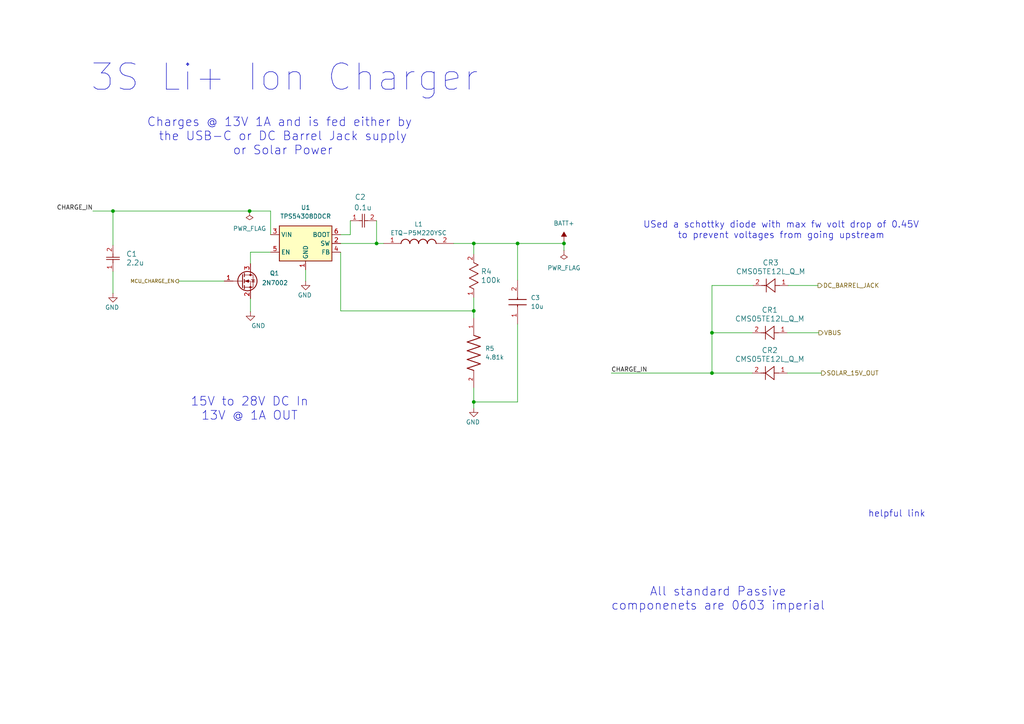
<source format=kicad_sch>
(kicad_sch (version 20231120) (generator "eeschema") (generator_version "8.0")
  (paper "A4")
  (lib_symbols
    (symbol "C0603C104K5RACAUTO:C0603C104K5RACAUTO" (pin_names (offset 0.254))
      (property "Reference" "C" (at 3.81 3.81 0))
      (property "Value" "C0603C104K5RACAUTO" (at 3.81 -3.81 0))
      (symbol "C0603C104K5RACAUTO_1_1"
        (polyline (pts (xy 2.54 0) (xy 3.4798 0)) (stroke (width 0.2032)))
        (polyline (pts (xy 3.4798 -1.905) (xy 3.4798 1.905)) (stroke (width 0.2032)))
        (polyline (pts (xy 4.1148 -1.905) (xy 4.1148 1.905)) (stroke (width 0.2032)))
        (polyline (pts (xy 4.1148 0) (xy 5.08 0)) (stroke (width 0.2032)))
        (pin unspecified line (at 0 0 0) (length 2.54) (name "") (number "1"))
        (pin unspecified line (at 7.62 0 180) (length 2.54) (name "") (number "2"))
      )
      (symbol "C0603C104K5RACAUTO_1_2"
        (polyline (pts (xy -1.905 -4.1148) (xy 1.905 -4.1148)) (stroke (width 0.2032)))
        (polyline (pts (xy -1.905 -3.4798) (xy 1.905 -3.4798)) (stroke (width 0.2032)))
        (polyline (pts (xy 0 -4.1148) (xy 0 -5.08)) (stroke (width 0.2032)))
        (polyline (pts (xy 0 -2.54) (xy 0 -3.4798)) (stroke (width 0.2032)))
        (pin unspecified line (at 0 0 270) (length 2.54) (name "") (number "1"))
        (pin unspecified line (at 0 -7.62 90) (length 2.54) (name "") (number "2"))
      )
    )
    (symbol "CL10A106MA8NRNC:CL10A106MA8NRNC" (pin_names hide)
      (property "Reference" "C" (at 8.89 6.35 0))
      (property "Value" "CL10A106MA8NRNC" (at 8.89 3.81 0))
      (symbol "CL10A106MA8NRNC_1_1"
        (polyline (pts (xy 5.08 0) (xy 5.588 0)) (stroke (width 0.254)))
        (polyline (pts (xy 5.588 2.54) (xy 5.588 -2.54)) (stroke (width 0.254)))
        (polyline (pts (xy 7.112 0) (xy 7.62 0)) (stroke (width 0.254)))
        (polyline (pts (xy 7.112 2.54) (xy 7.112 -2.54)) (stroke (width 0.254)))
        (pin passive line (at 0 0 0) (length 5.08) (name "1") (number "1"))
        (pin passive line (at 12.7 0 180) (length 5.08) (name "2") (number "2"))
      )
    )
    (symbol "ESR03EZPF1003:ESR03EZPF1003" (pin_names (offset 0.254))
      (property "Reference" "R" (at 5.715 3.81 0))
      (property "Value" "ESR03EZPF1003" (at 6.35 -3.81 0))
      (symbol "ESR03EZPF1003_1_1"
        (polyline (pts (xy 2.54 0) (xy 3.175 1.27)) (stroke (width 0.2032)))
        (polyline (pts (xy 3.175 1.27) (xy 4.445 -1.27)) (stroke (width 0.2032)))
        (polyline (pts (xy 4.445 -1.27) (xy 5.715 1.27)) (stroke (width 0.2032)))
        (polyline (pts (xy 5.715 1.27) (xy 6.985 -1.27)) (stroke (width 0.2032)))
        (polyline (pts (xy 6.985 -1.27) (xy 8.255 1.27)) (stroke (width 0.2032)))
        (polyline (pts (xy 8.255 1.27) (xy 9.525 -1.27)) (stroke (width 0.2032)))
        (polyline (pts (xy 9.525 -1.27) (xy 10.16 0)) (stroke (width 0.2032)))
        (pin unspecified line (at 0 0 0) (length 2.54) (name "") (number "1"))
        (pin unspecified line (at 12.7 0 180) (length 2.54) (name "") (number "2"))
      )
      (symbol "ESR03EZPF1003_1_2"
        (polyline (pts (xy -1.27 3.175) (xy 1.27 4.445)) (stroke (width 0.2032)))
        (polyline (pts (xy -1.27 5.715) (xy 1.27 6.985)) (stroke (width 0.2032)))
        (polyline (pts (xy -1.27 8.255) (xy 1.27 9.525)) (stroke (width 0.2032)))
        (polyline (pts (xy 0 2.54) (xy -1.27 3.175)) (stroke (width 0.2032)))
        (polyline (pts (xy 1.27 4.445) (xy -1.27 5.715)) (stroke (width 0.2032)))
        (polyline (pts (xy 1.27 6.985) (xy -1.27 8.255)) (stroke (width 0.2032)))
        (polyline (pts (xy 1.27 9.525) (xy 0 10.16)) (stroke (width 0.2032)))
        (pin unspecified line (at 0 12.7 270) (length 2.54) (name "") (number "1"))
        (pin unspecified line (at 0 0 90) (length 2.54) (name "") (number "2"))
      )
    )
    (symbol "ETQ-P5M220YSC:ETQ-P5M220YSC" (pin_names hide)
      (property "Reference" "L" (at 16.51 6.35 0))
      (property "Value" "ETQ-P5M220YSC" (at 16.51 3.81 0))
      (symbol "ETQ-P5M220YSC_1_1"
        (arc (start 7.62 0) (mid 6.35 1.219) (end 5.08 0) (stroke (width 0.254)))
        (arc (start 10.16 0) (mid 8.89 1.219) (end 7.62 0) (stroke (width 0.254)))
        (arc (start 12.7 0) (mid 11.43 1.219) (end 10.16 0) (stroke (width 0.254)))
        (arc (start 15.24 0) (mid 13.97 1.219) (end 12.7 0) (stroke (width 0.254)))
        (pin passive line (at 0 0 0) (length 5.08) (name "1") (number "1"))
        (pin passive line (at 20.32 0 180) (length 5.08) (name "2") (number "2"))
      )
    )
    (symbol "GRM188R61H225KE11D:GRM188R61H225KE11D" (pin_names (offset 0.254))
      (property "Reference" "C" (at 3.81 3.81 0))
      (property "Value" "GRM188R61H225KE11D" (at 3.81 -3.81 0))
      (symbol "GRM188R61H225KE11D_1_1"
        (polyline (pts (xy 2.54 0) (xy 3.4798 0)) (stroke (width 0.2032)))
        (polyline (pts (xy 3.4798 -1.905) (xy 3.4798 1.905)) (stroke (width 0.2032)))
        (polyline (pts (xy 4.1148 -1.905) (xy 4.1148 1.905)) (stroke (width 0.2032)))
        (polyline (pts (xy 4.1148 0) (xy 5.08 0)) (stroke (width 0.2032)))
        (pin unspecified line (at 0 0 0) (length 2.54) (name "") (number "1"))
        (pin unspecified line (at 7.62 0 180) (length 2.54) (name "") (number "2"))
      )
      (symbol "GRM188R61H225KE11D_1_2"
        (polyline (pts (xy -1.905 -4.1148) (xy 1.905 -4.1148)) (stroke (width 0.2032)))
        (polyline (pts (xy -1.905 -3.4798) (xy 1.905 -3.4798)) (stroke (width 0.2032)))
        (polyline (pts (xy 0 -4.1148) (xy 0 -5.08)) (stroke (width 0.2032)))
        (polyline (pts (xy 0 -2.54) (xy 0 -3.4798)) (stroke (width 0.2032)))
        (pin unspecified line (at 0 0 270) (length 2.54) (name "") (number "1"))
        (pin unspecified line (at 0 -7.62 90) (length 2.54) (name "") (number "2"))
      )
    )
    (symbol "RN73H1JTTD4811B25:RN73H1JTTD4811B25" (pin_names (offset 1.016))
      (property "Reference" "R" (at -7.6244 2.5415 0))
      (property "Value" "RN73H1JTTD4811B25" (at -7.63 -5.0866 0))
      (symbol "RN73H1JTTD4811B25_0_0"
        (polyline (pts (xy -5.08 0) (xy -4.445 1.905)) (stroke (width 0.254)))
        (polyline (pts (xy -4.445 1.905) (xy -3.175 -1.905)) (stroke (width 0.254)))
        (polyline (pts (xy -3.175 -1.905) (xy -1.905 1.905)) (stroke (width 0.254)))
        (polyline (pts (xy -1.905 1.905) (xy -0.635 -1.905)) (stroke (width 0.254)))
        (polyline (pts (xy -0.635 -1.905) (xy 0.635 1.905)) (stroke (width 0.254)))
        (polyline (pts (xy 0.635 1.905) (xy 1.905 -1.905)) (stroke (width 0.254)))
        (polyline (pts (xy 1.905 -1.905) (xy 3.175 1.905)) (stroke (width 0.254)))
        (polyline (pts (xy 3.175 1.905) (xy 4.445 -1.905)) (stroke (width 0.254)))
        (polyline (pts (xy 4.445 -1.905) (xy 5.08 0)) (stroke (width 0.254)))
        (pin passive line (at -10.16 0 0) (length 5.08) (name "~") (number "1"))
        (pin passive line (at 10.16 0 180) (length 5.08) (name "~") (number "2"))
      )
    )
    (symbol "Regulator_Switching:TPS54308"
      (property "Reference" "U" (at -7.62 6.35 0))
      (property "Value" "TPS54308" (at 0 6.35 0))
      (symbol "TPS54308_0_1"
        (rectangle (start -7.62 5.08) (end 7.62 -5.08) (stroke (width 0.254)) (fill (type background)))
      )
      (symbol "TPS54308_1_1"
        (pin power_in line (at 0 -7.62 90) (length 2.54) (name "GND") (number "1"))
        (pin power_out line (at 10.16 0 180) (length 2.54) (name "SW") (number "2"))
        (pin power_in line (at -10.16 2.54 0) (length 2.54) (name "VIN") (number "3"))
        (pin input line (at 10.16 -2.54 180) (length 2.54) (name "FB") (number "4"))
        (pin input line (at -10.16 -2.54 0) (length 2.54) (name "EN") (number "5"))
        (pin passive line (at 10.16 2.54 180) (length 2.54) (name "BOOT") (number "6"))
      )
    )
    (symbol "Toshiba schottky diode:CMS05TE12L_Q_M" (pin_names (offset 0.254))
      (property "Reference" "CR" (at 5.08 4.445 0))
      (property "Value" "CMS05TE12L_Q_M" (at 5.08 -3.81 0))
      (symbol "CMS05TE12L_Q_M_1_1"
        (polyline (pts (xy 2.54 0) (xy 3.4798 0)) (stroke (width 0.2032)))
        (polyline (pts (xy 3.175 0) (xy 3.81 0)) (stroke (width 0.2032)))
        (polyline (pts (xy 3.81 0) (xy 6.35 -1.905)) (stroke (width 0.2032)))
        (polyline (pts (xy 3.81 1.905) (xy 3.81 -1.905)) (stroke (width 0.2032)))
        (polyline (pts (xy 6.35 -1.905) (xy 6.35 1.905)) (stroke (width 0.2032)))
        (polyline (pts (xy 6.35 0) (xy 7.62 0)) (stroke (width 0.2032)))
        (polyline (pts (xy 6.35 1.905) (xy 3.81 0)) (stroke (width 0.2032)))
        (pin unspecified line (at 10.16 0 180) (length 2.54) (name "") (number "1"))
        (pin unspecified line (at 0 0 0) (length 2.54) (name "") (number "2"))
      )
      (symbol "CMS05TE12L_Q_M_1_2"
        (polyline (pts (xy -1.905 3.81) (xy 1.905 3.81)) (stroke (width 0.2032)))
        (polyline (pts (xy -1.905 6.35) (xy 0 3.81)) (stroke (width 0.2032)))
        (polyline (pts (xy 0 2.54) (xy 0 3.4798)) (stroke (width 0.2032)))
        (polyline (pts (xy 0 3.175) (xy 0 3.81)) (stroke (width 0.2032)))
        (polyline (pts (xy 0 6.35) (xy 0 7.62)) (stroke (width 0.2032)))
        (polyline (pts (xy 1.905 6.35) (xy -1.905 6.35)) (stroke (width 0.2032)))
        (polyline (pts (xy 1.905 6.35) (xy 0 3.81)) (stroke (width 0.2032)))
        (pin unspecified line (at 0 10.16 270) (length 2.54) (name "") (number "1"))
        (pin unspecified line (at 0 0 90) (length 2.54) (name "") (number "2"))
      )
    )
    (symbol "Transistor_FET:2N7002" (pin_names hide)
      (property "Reference" "Q" (at 5.08 1.905 0))
      (property "Value" "2N7002" (at 5.08 0 0))
      (symbol "2N7002_0_1"
        (polyline (pts (xy 0.254 0) (xy -2.54 0)))
        (polyline (pts (xy 0.254 1.905) (xy 0.254 -1.905)) (stroke (width 0.254)))
        (polyline (pts (xy 0.762 -1.27) (xy 0.762 -2.286)) (stroke (width 0.254)))
        (polyline (pts (xy 0.762 0.508) (xy 0.762 -0.508)) (stroke (width 0.254)))
        (polyline (pts (xy 0.762 2.286) (xy 0.762 1.27)) (stroke (width 0.254)))
        (polyline (pts (xy 2.54 2.54) (xy 2.54 1.778)))
        (polyline (pts (xy 2.54 -2.54) (xy 2.54 0) (xy 0.762 0)))
        (polyline (pts (xy 0.762 -1.778) (xy 3.302 -1.778) (xy 3.302 1.778) (xy 0.762 1.778)))
        (polyline (pts (xy 1.016 0) (xy 2.032 0.381) (xy 2.032 -0.381) (xy 1.016 0)) (fill (type outline)))
        (polyline (pts (xy 2.794 0.508) (xy 2.921 0.381) (xy 3.683 0.381) (xy 3.81 0.254)))
        (polyline (pts (xy 3.302 0.381) (xy 2.921 -0.254) (xy 3.683 -0.254) (xy 3.302 0.381)))
        (circle (center 1.651 0) (radius 2.794) (stroke (width 0.254)))
        (circle (center 2.54 -1.778) (radius 0.254) (fill (type outline)))
        (circle (center 2.54 1.778) (radius 0.254) (fill (type outline)))
      )
      (symbol "2N7002_1_1"
        (pin input line (at -5.08 0 0) (length 2.54) (name "G") (number "1"))
        (pin passive line (at 2.54 -5.08 90) (length 2.54) (name "S") (number "2"))
        (pin passive line (at 2.54 5.08 270) (length 2.54) (name "D") (number "3"))
      )
    )
    (symbol "power:-BATT" (power) (pin_numbers hide) (pin_names (offset 0) hide)
      (property "Value" "-BATT" (at 0 3.556 0))
      (symbol "-BATT_0_1"
        (polyline (pts (xy 0 0) (xy 0 2.54)))
        (polyline (pts (xy 0.762 1.27) (xy -0.762 1.27) (xy 0 2.54) (xy 0.762 1.27)) (fill (type outline)))
      )
      (symbol "-BATT_1_1"
        (pin power_in line (at 0 0 90) (length 0) (name "~") (number "1"))
      )
    )
    (symbol "power:GND" (power) (pin_numbers hide) (pin_names (offset 0) hide)
      (property "Value" "GND" (at 0 -3.81 0))
      (symbol "GND_0_1"
        (polyline (pts (xy 0 0) (xy 0 -1.27) (xy 1.27 -1.27) (xy 0 -2.54) (xy -1.27 -1.27) (xy 0 -1.27)))
      )
      (symbol "GND_1_1"
        (pin power_in line (at 0 0 270) (length 0) (name "~") (number "1"))
      )
    )
    (symbol "power:PWR_FLAG" (power) (pin_numbers hide) (pin_names (offset 0) hide)
      (property "Value" "PWR_FLAG" (at 0 3.81 0))
      (symbol "PWR_FLAG_0_0"
        (pin power_out line (at 0 0 90) (length 0) (name "~") (number "1"))
      )
      (symbol "PWR_FLAG_0_1"
        (polyline (pts (xy 0 0) (xy 0 1.27) (xy -1.016 1.905) (xy 0 2.54) (xy 1.016 1.905) (xy 0 1.27)))
      )
    )
  )
  (junction (at 137.414 116.586))
  (junction (at 109.22 70.612))
  (junction (at 137.414 90.17))
  (junction (at 137.414 70.612))
  (junction (at 163.576 70.612))
  (junction (at 32.766 61.214))
  (junction (at 206.502 96.52))
  (junction (at 206.502 108.204))
  (junction (at 150.114 70.612))
  (junction (at 72.39 61.214))
  (wire (pts (xy 51.816 81.534) (xy 65.024 81.534)))
  (wire (pts (xy 206.502 108.204) (xy 218.186 108.204)))
  (wire (pts (xy 32.766 85.09) (xy 32.766 78.74)))
  (wire (pts (xy 206.502 82.804) (xy 218.44 82.804)))
  (wire (pts (xy 163.576 70.612) (xy 163.576 69.85)))
  (wire (pts (xy 109.22 70.612) (xy 111.252 70.612)))
  (wire (pts (xy 72.644 86.614) (xy 72.644 90.424)))
  (wire (pts (xy 177.292 108.204) (xy 206.502 108.204)))
  (wire (pts (xy 137.414 90.17) (xy 137.414 92.202)))
  (wire (pts (xy 98.806 90.17) (xy 137.414 90.17)))
  (wire (pts (xy 228.6 82.804) (xy 237.236 82.804)))
  (wire (pts (xy 137.414 112.522) (xy 137.414 116.586)))
  (wire (pts (xy 228.346 96.52) (xy 237.49 96.52)))
  (wire (pts (xy 218.186 96.52) (xy 206.502 96.52)))
  (wire (pts (xy 88.646 78.232) (xy 88.646 81.534)))
  (wire (pts (xy 137.414 116.586) (xy 137.414 118.364)))
  (wire (pts (xy 72.39 61.214) (xy 78.486 61.214)))
  (wire (pts (xy 98.806 73.152) (xy 98.806 90.17)))
  (wire (pts (xy 98.806 68.072) (xy 101.6 68.072)))
  (wire (pts (xy 101.6 68.072) (xy 101.6 64.008)))
  (wire (pts (xy 228.346 108.204) (xy 238.252 108.204)))
  (wire (pts (xy 206.502 96.52) (xy 206.502 108.204)))
  (wire (pts (xy 26.924 61.214) (xy 32.766 61.214)))
  (wire (pts (xy 150.114 70.612) (xy 163.576 70.612)))
  (wire (pts (xy 78.486 61.214) (xy 78.486 68.072)))
  (wire (pts (xy 98.806 70.612) (xy 109.22 70.612)))
  (wire (pts (xy 131.572 70.612) (xy 137.414 70.612)))
  (wire (pts (xy 137.414 116.586) (xy 150.114 116.586)))
  (wire (pts (xy 72.644 76.454) (xy 72.644 73.152)))
  (wire (pts (xy 150.114 70.612) (xy 150.114 81.28)))
  (wire (pts (xy 150.114 93.98) (xy 150.114 116.586)))
  (wire (pts (xy 72.644 73.152) (xy 78.486 73.152)))
  (wire (pts (xy 137.414 70.612) (xy 137.414 73.66)))
  (wire (pts (xy 206.502 82.804) (xy 206.502 96.52)))
  (wire (pts (xy 163.576 72.644) (xy 163.576 70.612)))
  (wire (pts (xy 137.414 86.36) (xy 137.414 90.17)))
  (wire (pts (xy 109.22 64.008) (xy 109.22 70.612)))
  (wire (pts (xy 32.766 61.214) (xy 72.39 61.214)))
  (wire (pts (xy 32.766 61.214) (xy 32.766 71.12)))
  (wire (pts (xy 137.414 70.612) (xy 150.114 70.612)))
  (text "helpful link" (at 260.096 149.098 0) (effects (font (size 1.905 1.905))))
  (text "Charges @ 13V 1A and is fed either by \nthe USB-C or DC Barrel Jack supply\nor Solar Power" (at 82.042 39.624 0) (effects (font (size 2.54 2.54))))
  (text "USed a schottky diode with max fw volt drop of 0.45V\nto prevent voltages from going upstream" (at 226.568 66.802 0) (effects (font (size 1.905 1.905))))
  (text "15V to 28V DC In\n13V @ 1A OUT" (at 72.39 118.618 0) (effects (font (size 2.54 2.54))))
  (text "3S Li+ Ion Charger" (at 82.55 22.606 0) (effects (font (size 7.62 7.62))))
  (text "All standard Passive\ncomponenets are 0603 imperial" (at 208.28 173.736 0) (effects (font (size 2.54 2.54))))
  (label "CHARGE_IN" (at 177.292 108.204 0))
  (label "CHARGE_IN" (at 26.924 61.214 180))
  (hierarchical_label "SOLAR_15V_OUT" (shape output) (at 238.252 108.204 0))
  (hierarchical_label "MCU_CHARGE_EN" (shape output) (at 51.816 81.534 180) (effects (font (size 1.016 1.016))))
  (hierarchical_label "DC_BARREL_JACK" (shape output) (at 237.236 82.804 0))
  (hierarchical_label "VBUS" (shape output) (at 237.49 96.52 0))
  (symbol (lib_id "Regulator_Switching:TPS54308") (at 88.646 70.612 0) (unit 1)
    (property "Reference" "U1" (at 88.646 60.198 0))
    (property "Value" "TPS54308DDCR" (at 88.646 62.738 0))
    (property "Footprint" "Package_TO_SOT_SMD:SOT-23-6" (effects (hide yes)))
    (property "Datasheet" "http://www.ti.com/lit/ds/symlink/tps54308.pdf" (effects (hide yes)))
    (property "Description" "3A, 4.5 to 28V Input, EMI Friendly integrated switch synchronous step-down regulator, continuous-conduction, SOT-23-6" (effects (hide yes)))
  )
  (symbol (lib_id "power:PWR_FLAG") (at 72.39 61.214 180) (unit 1)
    (property "Reference" "#FLG03" (effects (hide yes)))
    (property "Value" "PWR_FLAG" (at 72.39 66.294 0))
    (property "Description" "Special symbol for telling ERC where power comes from" (effects (hide yes)))
  )
  (symbol (lib_id "ETQ-P5M220YSC:ETQ-P5M220YSC") (at 111.252 70.612 0) (unit 1)
    (property "Reference" "L1" (at 121.412 65.024 0))
    (property "Value" "ETQ-P5M220YSC" (at 121.412 67.564 0))
    (property "Footprint" "RobotBMS:ETQP5M220YSC" (effects (hide yes)))
    (property "Datasheet" "https://industrial.panasonic.com/cdbs/www-data/pdf/AGL0000/AGL0000C70.pdf" (effects (hide yes)))
    (property "Description" "Series/Type: High Vibration Acceleration-resistant Power Choke Coil for Automotive-MS (MC type), Size [L] (mm): 10.910.0, Height (mm): 5.6, Inductance (H): 20, DC Resistance [Typ.] (at 20) (m): 45.5, DC Resistance [max.] (at 20) (m): 50, Rated Current [Typ.] (T=40K, FR4, t=1.6 mm,Four-layer PWB) (A): 5.2, Rated Current [Typ.] (T=40K, High heat dissipation PWB) (A): 6.2, Rated Current [Typ.] (L=30%)  (A): 7.9, Weight (Typ.) (g): 3.1, AEC-Q200 compliant" (effects (hide yes)))
    (property "Height" "5.6" (effects (hide yes)))
    (property "Manufacturer_Name" "Panasonic" (effects (hide yes)))
    (property "Manufacturer_Part_Number" "ETQ-P5M220YSC" (effects (hide yes)))
    (property "Simulation Data" "https://industrial.panasonic.com/content/data/CC/files/ETQP5M220YSC.zip" (effects (hide yes)))
  )
  (symbol (lib_id "power:GND") (at 32.766 85.09 0) (mirror y) (unit 1)
    (property "Reference" "#PWR03" (effects (hide yes)))
    (property "Value" "GND" (at 32.512 89.154 0))
    (property "Description" "Power symbol creates a global label with name \"GND\" , ground" (effects (hide yes)))
  )
  (symbol (lib_id "ESR03EZPF1003:ESR03EZPF1003") (at 137.414 86.36 90) (unit 1)
    (property "Reference" "R4" (at 139.446 78.7399 90) (effects (font (size 1.524 1.524)) (justify right)))
    (property "Value" "100k" (at 139.446 81.2799 90) (effects (font (size 1.524 1.524)) (justify right)))
    (property "Footprint" "RobotBMS:RES_R0603_ROM" (effects (hide yes)))
    (property "Datasheet" "ESR03EZPF1003" (effects (hide yes)))
  )
  (symbol (lib_id "Toshiba schottky diode:CMS05TE12L_Q_M") (at 218.186 108.204 0) (unit 1)
    (property "Reference" "CR2" (at 223.266 101.6 0) (effects (font (size 1.524 1.524))))
    (property "Value" "CMS05TE12L_Q_M" (at 223.266 104.14 0) (effects (font (size 1.524 1.524))))
    (property "Footprint" "RobotBMS:M-FLAT_TOS" (effects (hide yes)))
    (property "Datasheet" "CMS05TE12L_Q_M" (effects (hide yes)))
  )
  (symbol (lib_id "power:GND") (at 137.414 118.364 0) (mirror y) (unit 1)
    (property "Reference" "#PWR06" (effects (hide yes)))
    (property "Value" "GND" (at 137.16 122.428 0))
    (property "Description" "Power symbol creates a global label with name \"GND\" , ground" (effects (hide yes)))
  )
  (symbol (lib_id "power:GND") (at 72.644 90.424 0) (mirror y) (unit 1)
    (property "Reference" "#PWR04" (effects (hide yes)))
    (property "Value" "GND" (at 74.93 94.488 0))
    (property "Description" "Power symbol creates a global label with name \"GND\" , ground" (effects (hide yes)))
  )
  (symbol (lib_id "power:-BATT") (at 163.576 69.85 0) (unit 1)
    (property "Reference" "#PWR07" (effects (hide yes)))
    (property "Value" "BATT+" (at 163.576 64.77 0))
    (property "Description" "Power symbol creates a global label with name \"-BATT\"" (effects (hide yes)))
  )
  (symbol (lib_id "CL10A106MA8NRNC:CL10A106MA8NRNC") (at 150.114 93.98 90) (unit 1)
    (property "Reference" "C3" (at 153.924 86.3599 90) (effects (justify right)))
    (property "Value" "10u" (at 153.924 88.8999 90) (effects (justify right)))
    (property "Footprint" "RobotBMS:CAPC1608X90N" (effects (hide yes)))
    (property "Datasheet" "https://www.arrow.com/en/products/cl10a106ma8nrnc/samsung-electro-mechanics" (effects (hide yes)))
    (property "Description" "Cap Ceramic 10uF 25V X5R 20% SMD 0603 85C T/R" (effects (hide yes)))
    (property "Height" "0.9" (effects (hide yes)))
    (property "Mouser Part Number" "187-CL10A106MA8NRNC" (effects (hide yes)))
    (property "Mouser Price/Stock" "https://www.mouser.co.uk/ProductDetail/Samsung-Electro-Mechanics/CL10A106MA8NRNC?qs=47mY1nHWefS2vFRvRJVTdQ%3D%3D" (effects (hide yes)))
    (property "Manufacturer_Name" "SAMSUNG" (effects (hide yes)))
    (property "Manufacturer_Part_Number" "CL10A106MA8NRNC" (effects (hide yes)))
  )
  (symbol (lib_id "C0603C104K5RACAUTO:C0603C104K5RACAUTO") (at 101.6 64.008 0) (unit 1)
    (property "Reference" "C2" (at 102.87 57.15 0) (effects (font (size 1.524 1.524)) (justify left)))
    (property "Value" "0.1u" (at 102.616 60.198 0) (effects (font (size 1.524 1.524)) (justify left)))
    (property "Footprint" "RobotBMS:CAPC17595_87N_KEM" (effects (hide yes)))
    (property "Datasheet" "C0603C104K5RACAUTO" (effects (hide yes)))
    (property "Description" "C0603C104K5RACAUTO" (effects (hide yes)))
  )
  (symbol (lib_id "power:GND") (at 88.646 81.534 0) (mirror y) (unit 1)
    (property "Reference" "#PWR05" (effects (hide yes)))
    (property "Value" "GND" (at 88.392 85.598 0))
    (property "Description" "Power symbol creates a global label with name \"GND\" , ground" (effects (hide yes)))
  )
  (symbol (lib_id "Toshiba schottky diode:CMS05TE12L_Q_M") (at 218.186 96.52 0) (unit 1)
    (property "Reference" "CR1" (at 223.266 89.916 0) (effects (font (size 1.524 1.524))))
    (property "Value" "CMS05TE12L_Q_M" (at 223.266 92.456 0) (effects (font (size 1.524 1.524))))
    (property "Footprint" "RobotBMS:M-FLAT_TOS" (effects (hide yes)))
    (property "Datasheet" "CMS05TE12L_Q_M" (effects (hide yes)))
  )
  (symbol (lib_id "GRM188R61H225KE11D:GRM188R61H225KE11D") (at 32.766 78.74 90) (unit 1)
    (property "Reference" "C1" (at 36.576 73.6599 90) (effects (font (size 1.524 1.524)) (justify right)))
    (property "Value" "2.2u" (at 36.576 76.1999 90) (effects (font (size 1.524 1.524)) (justify right)))
    (property "Footprint" "RobotBMS:CAP_GRM188R61H225KE11__MUR" (effects (hide yes)))
    (property "Datasheet" "GRM188R61H225KE11D" (effects (hide yes)))
    (property "Description" "GRM188R61H225KE11D" (effects (hide yes)))
  )
  (symbol (lib_id "Toshiba schottky diode:CMS05TE12L_Q_M") (at 218.44 82.804 0) (unit 1)
    (property "Reference" "CR3" (at 223.52 76.2 0) (effects (font (size 1.524 1.524))))
    (property "Value" "CMS05TE12L_Q_M" (at 223.52 78.74 0) (effects (font (size 1.524 1.524))))
    (property "Footprint" "RobotBMS:M-FLAT_TOS" (effects (hide yes)))
    (property "Datasheet" "CMS05TE12L_Q_M" (effects (hide yes)))
    (property "Description" "Schottky Diode 0.45V FWD Voltage" (effects (hide yes)))
  )
  (symbol (lib_id "Transistor_FET:2N7002") (at 70.104 81.534 0) (unit 1)
    (property "Reference" "Q1" (at 78.232 79.248 0) (effects (justify left)))
    (property "Value" "2N7002" (at 75.946 82.042 0) (effects (justify left)))
    (property "Footprint" "Package_TO_SOT_SMD:SOT-23" (effects (hide yes)))
    (property "Datasheet" "https://www.onsemi.com/pub/Collateral/NDS7002A-D.PDF" (effects (hide yes)))
    (property "Description" "0.115A Id, 60V Vds, N-Channel MOSFET, SOT-23" (effects (hide yes)))
  )
  (symbol (lib_id "power:PWR_FLAG") (at 163.576 72.644 180) (unit 1)
    (property "Reference" "#FLG04" (effects (hide yes)))
    (property "Value" "PWR_FLAG" (at 163.576 77.724 0))
    (property "Description" "Special symbol for telling ERC where power comes from" (effects (hide yes)))
  )
  (symbol (lib_id "RN73H1JTTD4811B25:RN73H1JTTD4811B25") (at 137.414 102.362 270) (unit 1)
    (property "Reference" "R5" (at 140.716 101.0919 90) (effects (justify left)))
    (property "Value" "4.81k" (at 140.716 103.6319 90) (effects (justify left)))
    (property "Footprint" "RobotBMS:RESC1608X55N" (effects (hide yes)))
  )
)
</source>
